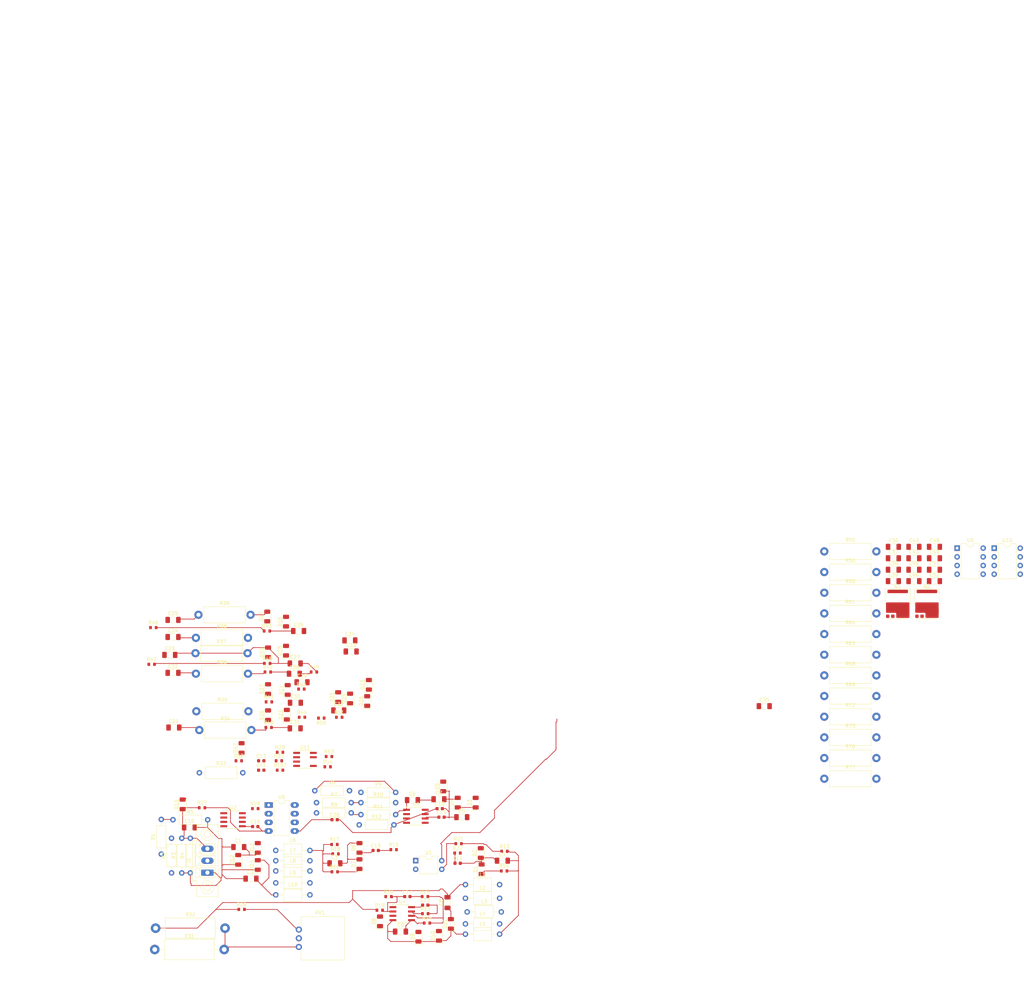
<source format=kicad_pcb>
(kicad_pcb (version 20240108) (generator "pcbnew") (generator_version "8.0")
  (layers (0 "F.Cu" signal) (31 "B.Cu" signal) (34 "B.Paste" user) (35 "F.Paste" user) (36 "B.SilkS" user "B.Silkscreen") (37 "F.SilkS" user "F.Silkscreen") (38 "B.Mask" user) (39 "F.Mask" user) (44 "Edge.Cuts" user))
  (net 0 "")
  (net 5 "blue11-19")
  (net 7 "unconnected-(L1-Pad1)")
  (net 49 "unconnected-(D13-K-Pad1)")
  (net 50 "unconnected-(R14-Pad1)")
  (net 51 "unconnected-(R17-Pad1)")
  (net 66 "l1")
  (net 67 "li3")
  (net 68 "l2")
  (net 69 "Net-(C4-Pad2)")
  (net 70 "Net-(D1-A)")
  (net 71 "Net-(C6-Pad2)")
  (net 72 "Net-(D4-A)")
  (net 73 "Net-(D11-A)")
  (net 74 "Net-(U4A-+)")
  (net 75 "Net-(U4A--)")
  (net 76 "Net-(C12-Pad1)")
  (net 77 "Net-(C12-Pad2)")
  (net 78 "Net-(D1-K)")
  (net 79 "Net-(C14-Pad1)")
  (net 80 "Net-(C17-Pad2)")
  (net 81 "Net-(R13-Pad2)")
  (net 82 "GND")
  (net 83 "Net-(R21-Pad1)")
  (net 84 "Net-(U4C-V+)")
  (net 85 "Net-(R24-Pad2)")
  (net 86 "Net-(U4B-+)")
  (net 87 "Net-(R28-Pad2)")
  (net 88 "Net-(R31-Pad2)")
  (net 89 "Net-(R31-Pad1)")
  (net 90 "out1")
  (net 91 "S4")
  (net 92 "Net-(C1-Pad2)")
  (net 93 "Net-(C3-Pad1)")
  (net 94 "Net-(C3-Pad2)")
  (net 95 "Net-(D8-K)")
  (net 97 "Net-(D7-A)")
  (net 98 "Net-(D6-K)")
  (net 99 "Net-(C16-Pad2)")
  (net 100 "Net-(C18-Pad1)")
  (net 101 "Net-(U5B--)")
  (net 103 "Net-(C21-Pad2)")
  (net 107 "Net-(D6-A)")
  (net 108 "Net-(D7-K)")
  (net 109 "gnd")
  (net 110 "Net-(D12-A)")
  (net 111 "Out pin")
  (net 126 "R17")
  (net 127 "Net-(R1-Pad2)")
  (net 128 "in")
  (net 129 "Net-(R2-Pad2)")
  (net 130 "Net-(R6-Pad1)")
  (net 132 "Net-(R10-Pad1)")
  (net 133 "Net-(R11-Pad1)")
  (net 134 "GNDPWR")
  (net 135 "u3_1")
  (net 146 "Net-(D17-A)")
  (net 177 "f2")
  (net 178 "f3")
  (net 179 "f5")
  (net 180 "f6")
  (net 181 "f7")
  (net 182 "Net-(C28-Pad1)")
  (net 183 "Net-(C28-Pad2)")
  (net 186 "Net-(C37-Pad2)")
  (net 188 "Net-(C38-Pad2)")
  (net 189 "Net-(C42-Pad2)")
  (net 191 "Net-(C45-Pad2)")
  (net 194 "Net-(C48-Pad2)")
  (net 196 "Net-(C51-Pad2)")
  (net 198 "Net-(Q1-G)")
  (net 199 "Net-(D42-K)")
  (net 201 "Net-(Q2-G)")
  (net 203 "Net-(D44-K)")
  (net 204 "Net-(R34-Pad2)")
  (net 205 "Net-(R36-Pad1)")
  (net 210 "Net-(R43-Pad1)")
  (net 212 "Net-(D28-K)")
  (net 213 "Net-(D30-K)")
  (net 215 "Net-(D32-K)")
  (net 217 "Net-(D34-K)")
  (net 219 "Net-(D36-K)")
  (net 221 "Net-(D38-K)")
  (net 224 "Net-(U9B--)")
  (net 226 "Net-(U9A-+)")
  (net 228 "/page2/Untitled Sheet page3/Untitled Sheet page4/gnd")
  (net 229 "Net-(U9A--)")
  (net 233 "Net-(U10A--)")
  (net 235 "Net-(D47-A)")
  (net 236 "Net-(C11-Pad2)")
  (net 237 "Net-(D47-K)")
  (net 238 "Net-(U11-S-Pad5)")
  (footprint "Inductor_THT:L_Axial_L5.0mm_D3.6mm_P10.00mm_Horizontal_Murata_BL01RN1A2A2" (layer "F.Cu") (at 294 302.5)
    (property "Reference" "L9")
    (property "Value" "L")
  )
  (footprint "Resistor_THT:R_Axial_DIN0614_L14.3mm_D5.7mm_P20.32mm_Horizontal" (layer "F.Cu") (at 258.59 322)
    (property "Reference" "R31")
    (property "Value" "R")
  )
  (footprint "Capacitor_SMD:C_1206_3216Metric_Pad1.33x1.80mm_HandSolder" (layer "F.Cu") (at 474.73 204.1)
    (property "Reference" "C36")
    (property "Value" "C")
  )
  (footprint "Capacitor_SMD:C_1206_3216Metric_Pad1.33x1.80mm_HandSolder" (layer "F.Cu") (at 311.3125 296.75)
    (property "Reference" "C3")
    (property "Value" "C")
  )
  (footprint "Capacitor_SMD:C_1206_3216Metric_Pad1.33x1.80mm_HandSolder" (layer "F.Cu") (at 263.9375 225.5)
    (property "Reference" "C25")
    (property "Value" "C")
  )
  (footprint "Resistor_SMD:R_0603_1608Metric" (layer "F.Cu") (at 347.175 293.75)
    (property "Reference" "R22")
    (property "Value" "R")
  )
  (footprint "Capacitor_SMD:C_1206_3216Metric_Pad1.33x1.80mm_HandSolder" (layer "F.Cu") (at 299.6875 257.25)
    (property "Reference" "C31")
    (property "Value" "C")
  )
  (footprint "LED_SMD:LED_1206_3216Metric" (layer "F.Cu") (at 312.25 248.1 90)
    (property "Reference" "D25")
    (property "Value" "IR26-21C_L110_TR8")
  )
  (footprint "Resistor_THT:R_Axial_DIN0207_L6.3mm_D2.5mm_P10.16mm_Horizontal" (layer "F.Cu") (at 305.42 275.5)
    (property "Reference" "R6")
    (property "Value" "R")
  )
  (footprint "Capacitor_SMD:C_1206_3216Metric_Pad1.33x1.80mm_HandSolder" (layer "F.Cu") (at 263.9375 230.5)
    (property "Reference" "C24")
    (property "Value" "C")
  )
  (footprint "Inductor_THT:L_Axial_L5.0mm_D3.6mm_P10.00mm_Horizontal_Murata_BL01RN1A2A2" (layer "F.Cu") (at 294 306)
    (property "Reference" "L10")
    (property "Value" "L")
  )
  (footprint "Resistor_THT:R_Axial_DIN0414_L11.9mm_D4.5mm_P15.24mm_Horizontal" (layer "F.Cu") (at 270.63 230.75)
    (property "Reference" "R38")
    (property "Value" "R")
  )
  (footprint "Capacitor_SMD:C_1206_3216Metric_Pad1.33x1.80mm_HandSolder" (layer "F.Cu") (at 474.73 210.8)
    (property "Reference" "C38")
    (property "Value" "C")
  )
  (footprint "Resistor_SMD:R_0603_1608Metric" (layer "F.Cu") (at 283.175 266.75)
    (property "Reference" "R52")
    (property "Value" "R")
  )
  (footprint "Package_DIP:DIP-8_W7.62mm" (layer "F.Cu") (at 504.23 204.5)
    (property "Reference" "U10")
    (property "Value" "LTC1151CN8")
  )
  (footprint "Capacitor_SMD:C_1206_3216Metric_Pad1.33x1.80mm_HandSolder" (layer "F.Cu") (at 268.75 286.25)
    (property "Reference" "C10")
    (property "Value" "C")
  )
  (footprint "Package_SO:PowerIntegrations_SO-8" (layer "F.Cu") (at 331 311.5)
    (property "Reference" "U4")
    (property "Value" "AD8606ARM")
  )
  (footprint "Resistor_THT:R_Axial_DIN0207_L6.3mm_D2.5mm_P10.16mm_Horizontal" (layer "F.Cu") (at 318.92 282.5)
    (property "Reference" "R11")
    (property "Value" "R")
  )
  (footprint "Capacitor_SMD:C_1206_3216Metric_Pad1.33x1.80mm_HandSolder" (layer "F.Cu") (at 486.75 214.15)
    (property "Reference" "C52")
    (property "Value" "C")
  )
  (footprint "Package_DIP:DIP-8_W7.62mm_LongPads" (layer "F.Cu") (at 291.925 279.7)
    (property "Reference" "U5")
    (property "Value" "L272M")
  )
  (footprint "Diode_SMD:D_1206_3216Metric" (layer "F.Cu") (at 266.75 279.5 90)
    (property "Reference" "D15")
    (property "Value" "D")
  )
  (footprint "Resistor_SMD:R_0603_1608Metric" (layer "F.Cu") (at 360.825 299)
    (property "Reference" "R14")
    (property "Value" "R")
  )
  (footprint "Inductor_THT:L_Axial_L5.0mm_D3.6mm_P10.00mm_Horizontal_Murata_BL01RN1A2A2" (layer "F.Cu") (at 349.5 317.5)
    (property "Reference" "L5")
    (property "Value" "L")
  )
  (footprint "Resistor_THT:R_Axial_DIN0207_L6.3mm_D2.5mm_P10.16mm_Horizontal" (layer "F.Cu") (at 266.5 299.58 90)
    (property "Reference" "R3")
    (property "Value" "R")
  )
  (footprint "Capacitor_SMD:C_0603_1608Metric" (layer "F.Cu") (at 289.75 269.5)
    (property "Reference" "C11")
    (property "Value" "C")
  )
  (footprint "Resistor_THT:R_Axial_DIN0414_L11.9mm_D4.5mm_P15.24mm_Horizontal" (layer "F.Cu") (at 271.38 224)
    (property "Reference" "R39")
    (property "Value" "R")
  )
  (footprint "Resistor_THT:R_Axial_DIN0414_L11.9mm_D4.5mm_P15.24mm_Horizontal" (layer "F.Cu") (at 454.51 265.95)
    (property "Reference" "R76")
    (property "Value" "R")
  )
  (footprint "Capacitor_SMD:C_1206_3216Metric_Pad1.33x1.80mm_HandSolder" (layer "F.Cu") (at 315.6875 231.5)
    (property "Reference" "C34")
    (property "Value" "C")
  )
  (footprint "Capacitor_SMD:C_1206_3216Metric_Pad1.33x1.80mm_HandSolder" (layer "F.Cu") (at 480.74 207.45)
    (property "Reference" "C43")
    (property "Value" "C")
  )
  (footprint "Potentiometer_THT:Potentiometer_Vishay_148-149_Single_Vertical" (layer "F.Cu") (at 300.75 321.25)
    (property "Reference" "RV1")
    (property "Value" "R_Potentiometer")
  )
  (footprint "Diode_SMD:D_1206_3216Metric" (layer "F.Cu") (at 288.75 297.25 90)
    (property "Reference" "D14")
    (property "Value" "D")
  )
  (footprint "Connector_Phoenix_MC:PhoenixContact_MCV_1,5_3-GF-3.5_1x03_P3.50mm_Vertical_ThreadedFlange" (layer "F.Cu") (at 274 299.5 90)
    (property "Reference" "J1")
    (property "Value" "Conn_01x03_Pin")
  )
  (footprint "Transistor_Power:GaN_Systems_GaNPX-4_7x8.4mm" (layer "F.Cu") (at 484.55 220.8)
    (property "Reference" "Q2")
    (property "Value" "GS66508B")
  )
  (footprint "Capacitor_SMD:C_1206_3216Metric_Pad1.33x1.80mm_HandSolder" (layer "F.Cu") (at 312.4375 252)
    (property "Reference" "C32")
    (property "Value" "C")
  )
  (footprint "LED_SMD:LED_1206_3216Metric" (layer "F.Cu") (at 291.75 235 90)
    (property "Reference" "D19")
    (property "Value" "IR26-21C_L110_TR8")
  )
  (footprint "Capacitor_SMD:C_1206_3216Metric_Pad1.33x1.80mm_HandSolder" (layer "F.Cu") (at 299.75 249.75)
    (property "Reference" "C30")
    (property "Value" "C")
  )
  (footprint "Diode_SMD:D_1206_3216Metric" (layer "F.Cu") (at 283 295.75 90)
    (property "Reference" "D12")
    (property "Value" "D")
  )
  (footprint "Resistor_SMD:R_0603_1608Metric" (layer "F.Cu") (at 284 310.25)
    (property "Reference" "R28")
    (property "Value" "R")
  )
  (footprint "Resistor_SMD:R_0603_1608Metric" (layer "F.Cu") (at 291.425 228.75)
    (property "Reference" "R43")
    (property "Value" "R")
  )
  (footprint "Resistor_THT:R_Axial_DIN0414_L11.9mm_D4.5mm_P15.24mm_Horizontal" (layer "F.Cu") (at 271.63 257.75)
    (property "Reference" "R34")
    (property "Value" "R")
  )
  (footprint "Resistor_THT:R_Axial_DIN0414_L11.9mm_D4.5mm_P15.24mm_Horizontal" (layer "F.Cu") (at 454.51 259.9)
    (property "Reference" "R73")
    (property "Value" "R")
  )
  (footprint "Inductor_THT:L_Axial_L5.0mm_D3.6mm_P10.00mm_Horizontal_Murata_BL01RN1A2A2" (layer "F.Cu") (at 294 296)
    (property "Reference" "L7")
    (property "Value" "L")
  )
  (footprint "Resistor_SMD:R_0603_1608Metric" (layer "F.Cu") (at 258.175 227.75)
    (property "Reference" "R46")
    (property "Value" "R")
  )
  (footprint "Resistor_SMD:R_0603_1608Metric" (layer "F.Cu") (at 311.5 294)
    (property "Reference" "R18")
    (property "Value" "R")
  )
  (footprint "Resistor_THT:R_Axial_DIN0414_L11.9mm_D4.5mm_P15.24mm_Horizontal" (layer "F.Cu") (at 454.51 217.55)
    (property "Reference" "R58")
    (property "Value" "R")
  )
  (footprint "Diode_SMD:D_1206_3216Metric" (layer "F.Cu") (at 347.25 279 90)
    (property "Reference" "D4")
    (property "Value" "D")
  )
  (footprint "Package_DIP:DIP-8_W7.62mm" (layer "F.Cu") (at 493.38 204.5)
    (property "Reference" "U9")
    (property "Value" "LTC1151CN8")
  )
  (footprint "LED_SMD:LED_1206_3216Metric" (layer "F.Cu") (at 291.5 224.5 90)
    (property "Reference" "D17")
    (property "Value" "IR26-21C_L110_TR8")
  )
  (footprint "Resistor_SMD:R_0603_1608Metric" (layer "F.Cu") (at 291.5 238.25)
    (property "Reference" "R48")
    (property "Value" "R")
  )
  (footprint "Resistor_SMD:R_0603_1608Metric" (layer "F.Cu") (at 294.925 266.75)
    (property "Reference" "R30")
    (property "Value" "R")
  )
  (footprint "Capacitor_SMD:C_0603_1608Metric" (layer "F.Cu") (at 342.5 283.25)
    (property "Reference" "C19")
    (property "Value" "C")
  )
  (footprint "Diode_SMD:D_1206_3216Metric" (layer "F.Cu") (at 318.5 297 90)
    (property "Reference" "D7")
    (property "Value" "D")
  )
  (footprint "Capacitor_SMD:C_0603_1608Metric" (layer "F.Cu") (at 323.25 293)
    (property "Reference" "C15")
    (property "Value" "C")
  )
  (footprint "Resistor_SMD:R_0603_1608Metric" (layer "F.Cu") (at 272.425 280.5)
    (property "Reference" "R27")
    (property "Value" "R")
  )
  (footprint "LED_SMD:LED_1206_3216Metric" (layer "F.Cu") (at 315.75 248.5 90)
    (property "Reference" "D24")
    (property "Value" "IR26-21C_L110_TR8")
  )
  (footprint "Diode_SMD:D_1206_3216Metric" (layer "F.Cu") (at 318.5 292.25 90)
    (property "Reference" "D6")
    (property "Value" "D")
  )
  (footprint "Capacitor_SMD:C_1206_3216Metric_Pad1.33x1.80mm_HandSolder" (layer "F.Cu") (at 299.6875 238.25)
    (property "Reference" "C27")
    (property "Value" "C")
  )
  (footprint "Capacitor_SMD:C_1206_3216Metric_Pad1.33x1.80mm_HandSolder" (layer "F.Cu") (at 436.9375 250.75)
    (property "Reference" "C35")
    (property "Value" "C")
  )
  (footprint "Resistor_SMD:R_0603_1608Metric" (layer "F.Cu") (at 311.25 299.25)
    (property "Reference" "R16")
    (property "Value" "R")
  )
  (footprint "Capacitor_SMD:C_1206_3216Metric_Pad1.33x1.80mm_HandSolder" (layer "F.Cu") (at 316.0625 234.75)
    (property "Reference" "C33")
    (property "Value" "C")
  )
  (footprint "Capacitor_SMD:C_1206_3216Metric_Pad1.33x1.80mm_HandSolder" (layer "F.Cu") (at 480.74 210.8)
    (property "Reference" "C45")
    (property "Value" "C")
  )
  (footprint "Resistor_THT:R_Axial_DIN0414_L11.9mm_D4.5mm_P15.24mm_Horizontal" (layer "F.Cu") (at 454.51 229.65)
    (property "Reference" "R64")
    (property "Value" "R")
  )
  (footprint "Capacitor_SMD:C_0603_1608Metric" (layer "F.Cu") (at 347.225 296.75)
    (property "Reference" "C14")
    (property "Value" "C")
  )
  (footprint "Capacitor_SMD:C_0603_1608Metric" (layer "F.Cu") (at 337.75 309)
    (property "Reference" "C12")
    (property "Value" "C")
  )
  (footprint "Package_SO:PowerIntegrations_SO-8" (layer "F.Cu") (at 335 283)
    (property "Reference" "U3")
    (property "Value" "AD8606ARM")
  )
  (footprint "Resistor_THT:R_Axial_DIN0207_L6.3mm_D2.5mm_P10.16mm_Horizontal" (layer "F.Cu") (at 269 299.58 90)
    (property "Reference" "R4")
    (property "Value" "R")
  )
  (footprint "Resistor_SMD:R_0603_1608Metric" (layer "F.Cu") (at 292 249.5)
    (property "Reference" "R41")
    (property "Value" "R")
  )
  (footprint "Resistor_THT:R_Axial_DIN0614_L14.3mm_D5.7mm_P20.32mm_Horizontal" (layer "F.Cu") (at 258.84 315.75)
    (property "Reference" "R32")
    (property "Value" "R")
  )
  (footprint "Resistor_THT:R_Axial_DIN0414_L11.9mm_D4.5mm_P15.24mm_Horizontal" (layer "F.Cu") (at 454.51 223.6)
    (property "Reference" "R61")
    (property "Value" "R")
  )
  (footprint "Package_SO:PowerIntegrations_SO-8B" (layer "F.Cu") (at 302.55 266.345)
    (property "Reference" "U11")
    (property "Value" "LNK302D")
  )
  (footprint "Resistor_THT:R_Axial_DIN0414_L11.9mm_D4.5mm_P15.24mm_Horizontal" (layer "F.Cu") (at 454.51 211.5)
    (property "Reference" "R56")
    (property "Value" "R")
  )
  (footprint "Capacitor_SMD:C_1206_3216Metric_Pad1.33x1.80mm_HandSolder" (layer "F.Cu") (at 283.1875 292)
    (property "Reference" "C1")
    (property "Value" "C")
  )
  (footprint "Capacitor_SMD:C_1206_3216Metric_Pad1.33x1.80mm_HandSolder" (layer "F.Cu") (at 474.73 207.45)
    (property "Reference" "C37")
    (property "Value" "C")
  )
  (footprint "Resistor_THT:R_Axial_DIN0207_L6.3mm_D2.5mm_P10.16mm_Horizontal" (layer "F.Cu") (at 318.42 285.5)
    (property "Reference" "R12")
    (property "Value" "R")
  )
  (footprint "Diode_SMD:D_1206_3216Metric" (layer "F.Cu") (at 341.75 318 90)
    (property "Reference" "D10")
    (property "Value" "D")
  )
  (footprint "LED_SMD:LED_1206_3216Metric" (layer "F.Cu") (at 297.25 253.25 90)
    (property "Reference" "D22")
    (property "Value" "IR26-21C_L110_TR8")
  )
  (footprint "Capacitor_SMD:C_1206_3216Metric_Pad1.33x1.80mm_HandSolder" (layer "F.Cu") (at 300.6875 228.75)
    (property "Reference" "C26")
    (property "Value" "C")
  )
  (footprint "Resistor_THT:R_Axial_DIN0207_L6.3mm_D2.5mm_P10.16mm_Horizontal" (layer "F.Cu") (at 318.92 276)
    (property "Reference" "R9")
    (property "Value" "R")
  )
  (footprint "Capacitor_SMD:C_0603_1608Metric" (layer "F.Cu") (at 311.225 284)
    (property "Reference" "C20")
    (property "Value" "C")
  )
  (footprint "Package_DIP:DIP-4_W7.62mm" (layer "F.Cu") (at 334.95 295.975)
    (property "Reference" "U1")
    (property "Value" "EL817")
  )
  (footprint "LED_SMD:LED_1206_3216Metric" (layer "F.Cu") (at 297 226 90)
    (property "Reference" "D16")
    (property "Value" "IR26-21C_L110_TR8")
  )
  (footprint "Resistor_THT:R_Axial_DIN0414_L11.9mm_D4.5mm_P15.24mm_Horizontal" (layer "F.Cu") (at 454.51 247.8)
    (property "Reference" "R69")
    (property "Value" "R")
  )
  (footprint "Capacitor_SMD:C_1206_3216Metric_Pad1.33x1.80mm_HandSolder" (layer "F.Cu") (at 486.75 210.8)
    (property "Reference" "C51")
    (property "Value" "C")
  )
  (footprint "Resistor_THT:R_Axial_DIN0207_L6.3mm_D2.5mm_P10.16mm_Horizontal" (layer "F.Cu") (at 318.92 279)
    (property "Reference" "R10")
    (property "Value" "R")
  )
  (footprint "Resistor_THT:R_Axial_DIN0414_L11.9mm_D4.5mm_P15.24mm_Horizontal" (layer "F.Cu") (at 454.51 241.75)
    (property "Reference" "R68")
    (property "Value" "R")
  )
  (footprint "Resistor_SMD:R_0603_1608Metric" (layer "F.Cu") (at 338.25 314.25)
    (property "Reference" "R25")
    (property "Value" "R")
  )
  (footprint "Resistor_THT:R_Axial_DIN0207_L6.3mm_D2.5mm_P10.16mm_Horizontal" (layer "F.Cu") (at 305.92 279)
    (property "Reference" "R7")
    (property "Value" "R")
  )
  (footprint "Resistor_SMD:R_0603_1608Metric" (layer "F.Cu") (at 309.575 265.5)
    (property "Reference" "R53")
    (property "Value" "R")
  )
  (footprint "Resistor_SMD:R_0603_1608Metric" (layer "F.Cu") (at 360.925 293.25)
    (property "Reference" "R13")
    (property "Value" "R")
  )
  (footprint "Capacitor_SMD:C_1206_3216Metric_Pad1.33x1.80mm_HandSolder" (layer "F.Cu") (at 348.4375 283.25)
    (property "Reference" "C5")
    (property "Value" "C")
  )
  (footprint "Resistor_SMD:R_0603_1608Metric" (layer "F.Cu") (at 337.75 311.5)
    (property "Reference" "R23")
    (property "Value" "R")
  )
  (footprint "Capacitor_SMD:C_0603_1608Metric" (layer "F.Cu") (at 288 286)
    (property "Reference" "C16")
    (property "Value" "C")
  )
  (footprint "Capacitor_SMD:C_1206_3216Metric_Pad1.33x1.80mm_HandSolder" (layer "F.Cu") (at 474.73 214.15)
    (property "Reference" "C39")
    (property "Value" "C")
  )
  (footprint "Capacitor_SMD:C_1206_3216Metric_Pad1.33x1.80mm_HandSolder" (layer "F.Cu") (at 286.75 301.25)
    (property "Reference" "C2")
    (property "Value" "C")
  )
  (footprint "Resistor_THT:R_Axial_DIN0414_L11.9mm_D4.5mm_P15.24mm_Horizontal" (layer "F.Cu") (at 454.51 253.85)
    (property "Reference" "R72")
    (property "Value" "R")
  )
  (footprint "Capacitor_SMD:C_1206_3216Metric_Pad1.33x1.80mm_HandSolder" (layer "F.Cu") (at 334 278.25)
    (property "Reference" "C6")
    (property "Value" "C")
  )
  (footprint "Capacitor_SMD:C_1206_3216Metric_Pad1.33x1.80mm_HandSolder" (layer "F.Cu") (at 360.3125 296)
    (property "Reference" "C4")
    (property "Value" "C")
  )
  (footprint "Capacitor_SMD:C_1206_3216Metric_Pad1.33x1.80mm_HandSolder" (layer "F.Cu") (at 341.75 278)
    (property "Reference" "C7")
    (property "Value" "C")
  )
  (footprint "Diode_SMD:D_1206_3216Metric" (layer "F.Cu") (at 352.5 279 90)
    (property "Reference" "D3")
    (property "Value" "D")
  )
  (footprint "Resistor_SMD:R_0603_1608Metric" (layer "F.Cu") (at 301.5 245.75)
    (property "Reference" "R45")
    (property "Value" "R")
  )
  (footprint "Inductor_THT:L_Axial_L5.0mm_D3.6mm_P10.00mm_Horizontal_Murata_BL01RN1A2A2" (layer "F.Cu") (at 349.5 303)
    (property "Reference" "L1")
    (property "Value" "L")
  )
  (footprint "Capacitor_SMD:C_1206_3216Metric_Pad1.33x1.80mm_HandSolder" (layer "F.Cu") (at 263.9375 241)
    (property "Reference" "C22")
    (property "Value" "C")
  )
  (footprint "Resistor_SMD:R_0603_1608Metric" (layer "F.Cu") (at 309.175 268.5)
    (property "Reference" "R54")
    (property "Value" "R")
  )
  (footprint "Capacitor_SMD:C_0603_1608Metric" (layer "F.Cu") (at 289.75 266.75)
    (property "Reference" "C13")
    (property "Value" "C")
  )
  (footprint "LED_SMD:LED_1206_3216Metric" (layer "F.Cu") (at 284 263 90)
    (property "Reference" "D47")
    (property "Value" "IR26-21C_L110_TR8")
  )
  (footprint "Resistor_SMD:R_0603_1608Metric" (layer "F.Cu") (at 295.25 269.5)
    (property "Reference" "R107")
    (property "Value" "R")
  )
  (footprint "Resistor_THT:R_Axial_DIN0309_L9.0mm_D3.2mm_P12.70mm_Horizontal" (layer "F.Cu") (at 271.65 270.25)
    (property "Reference" "R33")
    (property "Value" "R")
  )
  (footprint "Resistor_THT:R_Axial_DIN0207_L6.3mm_D2.5mm_P10.16mm_Horizontal" (layer "F.Cu") (at 263.92 284)
    (property "Reference" "R5")
    (property "Value" "R")
  )
  (footprint "Inductor_THT:L_Axial_L5.0mm_D3.6mm_P10.00mm_Horizontal_Murata_BL01RN1A2A2" (layer "F.Cu") (at 350 311)
    (property "Reference" "L3")
    (property "Value" "L")
  )
  (footprint "LED_SMD:LED_1206_3216Metric" (layer "F.Cu") (at 321.25 244.5 90)
    (property "Reference" "D23")
    (property "Value" "IR26-21C_L110_TR8")
  )
  (footprint "Capacitor_SMD:C_1206_3216Metric_Pad1.33x1.80mm_HandSolder" (layer "F.Cu") (at 344.25 308.25 90)
    (property "Reference" "C8")
    (property "Value" "C")
  )
  (footprint "Resistor_THT:R_Axial_DIN0414_L11.9mm_D4.5mm_P15.24mm_Horizontal" (layer "F.Cu") (at 454.51 272)
    (property "Reference" "R77")
    (property "Value" "R")
  )
  (footprint "LED_SMD:LED_1206_3216Metric" (layer "F.Cu") (at 291.75 253.4 90)
    (property "Reference" "D20")
    (property "Value" "IR26-21C_L110_TR8")
  )
  (footprint "Inductor_THT:L_Axial_L5.0mm_D3.6mm_P10.00mm_Horizontal_Murata_BL01RN1A2A2" (layer "F.Cu") (at 294 293)
    (property "Reference" "L6")
    (property "Value" "L")
  )
  (footprint "LED_SMD:LED_1206_3216Metric" (layer "F.Cu") (at 297.5 246 90)
    (property "Reference" "D21")
    (property "Value" "IR26-21C_L110_TR8")
  )
  (footprint "Capacitor_SMD:C_1206_3216Metric_Pad1.33x1.80mm_HandSolder" (layer "F.Cu") (at 263 235.75)
    (property "Reference" "C23")
    (property "Value" "C")
  )
  (footprint "Diode_SMD:D_1206_3216Metric" (layer "F.Cu") (at 345.25 314.5 90)
    (property "Reference" "D11")
    (property "Value" "D")
  )
  (footprint "Capacitor_SMD:C_1206_3216Metric_Pad1.33x1.80mm_HandSolder" (layer "F.Cu") (at 299.4375 241.25)
    (property "Reference" "C28")
    (property "Value" "C")
  )
  (footprint "Capacitor_SMD:C_1206_3216Metric_Pad1.33x1.80mm_HandSolder" (layer "F.Cu") (at 486.75 207.45)
    (property "Reference" "C49")
    (property "Value" "C")
  )
  (footprint "Capacitor_SMD:C_0603_1608Metric" (layer "F.Cu") (at 341.975 280.75)
    (property "Reference" "C18")
    (property "Value" "C")
  )
  (footprint "Capacitor_SMD:C_1206_3216Metric_Pad1.33x1.80mm_HandSolder" (layer "F.Cu") (at 486.75 204.1)
    (property "Reference" "C48")
    (property "Value" "C")
  )
  (footprint "Resistor_SMD:R_0603_1608Metric" (layer "F.Cu") (at 312.575 254)
    (property "Reference" "R51")
    (property "Value" "R")
  )
  (footprint "Resistor_SMD:R_0603_1608Metric" (layer "F.Cu") (at 257.675 238.5)
    (property "Reference" "R47")
    (property "Value" "R")
  )
  (footprint "Capacitor_SMD:C_1206_3216Metric_Pad1.33x1.80mm_HandSolder" (layer "F.Cu") (at 264.1875 257)
    (property "Reference" "C21")
    (property "Value" "C")
  )
  (footprint "Resistor_THT:R_Axial_DIN0207_L6.3mm_D2.5mm_P10.16mm_Horizontal" (layer "F.Cu") (at 305.92 282)
    (property "Reference" "R8")
    (property "Value" "R")
  )
  (footprint "Capacitor_SMD:C_1206_3216Metric_Pad1.33x1.80mm_HandSolder" (layer "F.Cu") (at 330.5 316.75)
    (property "Reference" "C9")
    (property "Value" "C")
  )
  (footprint "Inductor_THT:L_Axial_L5.0mm_D3.6mm_P10.00mm_Horizontal_Murata_BL01RN1A2A2" (layer "F.Cu") (at 349.5 314.5)
    (property "Reference" "L4")
    (property "Value" "L")
  )
  (footprint "Diode_SMD:D_1206_3216Metric" (layer "F.Cu") (at 343 274.25 90)
    (property "Reference" "D5")
    (property "Value" "D")
  )
  (footprint "Resistor_THT:R_Axial_DIN0414_L11.9mm_D4.5mm_P15.24mm_Horizontal" (layer "F.Cu") (at 270.51 235.25)
    (property "Reference" "R37")
    (property "Value" "R")
  )
  (footprint "Resistor_SMD:R_0603_1608Metric" (layer "F.Cu") (at 291.675 240.75)
    (property "Reference" "R42")
    (property "Value" "R")
  )
  (footprint "Diode_SMD:D_1206_3216Metric" (layer "F.Cu") (at 324.5 313.75 90)
    (property "Reference" "D8")
    (property "Value" "D")
  )
  (footprint "LED_SMD:LED_1206_3216Metric" (layer "F.Cu") (at 291.75 245.75 90)
    (property "Reference" "D27")
    (property "Value" "IR26-21C_L110_TR8")
  )
  (footprint "Resistor_SMD:R_0603_1608Metric" (layer "F.Cu") (at 327 306.5)
    (property "Reference" "R20")
    (property "Value" "R")
  )
  (footprint "Resistor_THT:R_Axial_DIN0207_L6.3mm_D2.5mm_P10.16mm_Horizontal" (layer "F.Cu") (at 260.5 294.08 90)
    (property "Reference" "R1")
    (property "Value" "R")
  )
  (footprint "Capacitor_SMD:C_1206_3216Metric_Pad1.33x1.80mm_HandSolder" (layer "F.Cu") (at 480.74 204.1)
    (property "Reference" "C42")
    (property "Value" "C")
  )
  (footprint "Resistor_SMD:R_0603_1608Metric" (layer "F.Cu") (at 328.5 292.75)
    (property "Reference" "R15")
    (property "Value" "R")
  )
  (footprint "Resistor_SMD:R_0603_1608Metric" (layer "F.Cu") (at 337.675 306.5)
    (property "Reference" "R24")
    (property "Value" "R")
  )
  (footprint "Capacitor_SMD:C_1206_3216Metric_Pad1.33x1.80mm_HandSolder" (layer "F.Cu") (at 301.6875 243.75)
    (property "Reference" "C29")
    (property "Value" "C")
  )
  (footprint "Resistor_SMD:R_0603_1608Metric" (layer "F.Cu") (at 307.325 254.25 180)
    (property "Reference" "R50")
    (property "Value" "R")
  )
  (footprint "Resistor_THT:R_Axial_DIN0414_L11.9mm_D4.5mm_P15.24mm_Horizontal" (layer "F.Cu") (at 270.76 252.25)
    (property "Reference" "R35")
    (property "Value" "R")
  )
  (footprint "Diode_SMD:D_1206_3216Metric" (layer "F.Cu") (at 354 293.75 90)
    (property "Reference" "D2")
    (property "Value" "D")
  )
  (footprint "Resistor_SMD:R_0603_1608Metric" (layer "F.Cu") (at 347.5 291)
    (property "Reference" "R21")
    (property "Value" "R")
  )
  (footprint "LED_SMD:LED_1206_3216Metric" (layer "F.Cu") (at 320.75 249.25 90)
    (property "Reference" "D26")
    (property "Value" "IR26-21C_L110_TR8")
  )
  (footprint "Diode_SMD:D_1206_3216Metric" (layer "F.Cu") (at 335.75 318.25 90)
    (property "Reference" "D9")
    (property "Value" "D")
  )
  (footprint "Resistor_THT:R_Axial_DIN0207_L6.3mm_D2.5mm_P10.16mm_Horizontal" (layer "F.Cu") (at 263.5 299.58 90)
    (property "Reference" "R2")
    (property "Value" "R")
  )
  (footprint "Resistor_SMD:R_0603_1608Metric" (layer "F.Cu") (at 288 280.75)
    (property "Reference" "R26")
    (property "Value" "R")
  )
  (footprint "LED_SMD:LED_1206_3216Metric" (layer "F.Cu") (at 297 234.5 90)
    (property "Reference" "D18")
    (property "Value" "IR26-21C_L110_TR8")
  )
  (footprint "Diode_SMD:D_1206_3216Metric" (layer "F.Cu") (at 354.25 298.5 90)
    (property "Reference" "D1")
    (property "Value" "D")
  )
  (footprint "Diode_SMD:D_1206_3216Metric" (layer "F.Cu") (at 288.75 292.25 90)
    (property "Reference" "D13")
    (property "Value" "D")
  )
  (footprint "Resistor_SMD:R_0603_1608Metric" (layer "F.Cu") (at 301.675 254)
    (property "Reference" "R44")
    (property "Value" "R")
  )
  (footprint "Resistor_THT:R_Axial_DIN0414_L11.9mm_D4.5mm_P15.24mm_Horizontal" (layer "F.Cu") (at 270.63 241.25)
    (property "Reference" "R36")
    (property "Value" "R")
  )
  (footprint "Resistor_SMD:R_0603_1608Metric" (layer "F.Cu") (at 305.175 240.75)
    (property "Reference" "R49")
    (property "Value" "R")
  )
  (footprint "Resistor_SMD:R_0603_1608Metric" (layer "F.Cu") (at 295.25 264.25)
    (property "Reference" "R29")
    (property "Value" "R")
  )
  (footprint "Resistor_SMD:R_0603_1608Metric" (layer "F.Cu") (at 324.425 310.5)
    (property "Reference" "R19")
    (property "Value" "R")
  )
  (footprint "Package_SO:PowerIntegrations_SO-8" (layer "F.Cu") (at 281.5 284)
    (property "Reference" "U2")
    (property "Value" "AD8606ARM")
  )
  (footprint "Resistor_SMD:R_0603_1608Metric" (layer "F.Cu") (at 291.925 257)
    (property "Reference" "R40")
    (property "Value" "R")
  )
  (footprint "Capacitor_SMD:C_0603_1608Metric" (layer "F.Cu") (at 332.5 306.5)
    (property "Reference" "C17")
    (property "Value" "C")
  )
  (footprint "Resistor_THT:R_Axial_DIN0414_L11.9mm_D4.5mm_P15.24mm_Horizontal" (layer "F.Cu") (at 454.51 235.7)
    (property "Reference" "R65")
    (property "Value" "R")
  )
  (footprint "Transistor_Power:GaN_Systems_GaNPX-4_7x8.4mm" (layer "F.Cu") (at 476 220.8)
    (property "Reference" "Q1")
    (property "Value" "GS66508B")
  )
  (footprint "Capacitor_SMD:C_1206_3216Metric_Pad1.33x1.80mm_HandSolder" (layer "F.Cu") (at 480.74 214.15)
    (property "Reference" "C46")
    (property "Value" "C")
  )
  (footprint "Resistor_THT:R_Axial_DIN0414_L11.9mm_D4.5mm_P15.24mm_Horizontal" (layer "F.Cu") (at 454.51 205.45)
    (property "Reference" "R55")
    (property "Value" "R")
  )
  (footprint "Inductor_THT:L_Axial_L5.0mm_D3.6mm_P10.00mm_Horizontal_Murata_BL01RN1A2A2" (layer "F.Cu") (at 349.5 307)
    (property "Reference" "L2")
    (property "Value" "L")
  )
  (footprint "Inductor_THT:L_Axial_L5.0mm_D3.6mm_P10.00mm_Horizontal_Murata_BL01RN1A2A2" (layer "F.Cu") (at 294 299)
    (property "Reference" "L8")
    (property "Value" "L")
  )
  (footprint "Resistor_SMD:R_0603_1608Metric" (layer "F.Cu") (at 311.175 291.25)
    (property "Reference" "R17")
    (property "Value" "R")
  )
  (gr_line (start 341 280.75) (end 328.5 285.5) (stroke (width 0.2)) (layer "F.Cu"))
  (segment (start 263.84 283.92) (end 263.92 284) (width 0.2) (layer "F.Cu") (net 0))
  (segment (start 352 296.75) (end 352.5 296.25) (width 0.2) (layer "F.Cu") (net 0))
  (segment (start 343 307.25) (end 342.5 306.75) (width 0.2) (layer "F.Cu") (net 0))
  (segment (start 279.5 322) (end 280.25 321.25) (width 0.2) (layer "F.Cu") (net 0))
  (segment (start 327.75 287.75) (end 327.75 286.33) (width 0.2) (layer "F.Cu") (net 0))
  (segment (start 312.875 296.75) (end 314.75 296.75) (width 0.2) (layer "F.Cu") (net 0))
  (segment (start 315.25 295.5) (end 315.35 295.6) (width 0.2) (layer "F.Cu") (net 0))
  (segment (start 317.65 299.25) (end 318.5 298.4) (width 0.2) (layer "F.Cu") (net 0))
  (segment (start 336.925 311.5) (end 334.36 311.5) (width 0.2) (layer "F.Cu") (net 0))
  (segment (start 315.35 295.6) (end 318.5 295.6) (width 0.2) (layer "F.Cu") (net 0))
  (segment (start 279.16 315.75) (end 279.16 321.75) (width 0.2) (layer "F.Cu") (net 0))
  (segment (start 333.725 313.405) (end 334.405 313.405) (width 0.2) (layer "F.Cu") (net 0))
  (segment (start 333.725 312.135) (end 334.885 312.135) (width 0.2) (layer "F.Cu") (net 0))
  (segment (start 336.38 309.595) (end 336.975 309) (width 0.2) (layer "F.Cu") (net 0))
  (segment (start 332.0625 316.75) (end 332.0625 315.0675) (width 0.2) (layer "F.Cu") (net 0))
  (segment (start 280.25 321.25) (end 300.75 321.25) (width 0.2) (layer "F.Cu") (net 0))
  (segment (start 279.16 321.75) (end 278.91 322) (width 0.2) (layer "F.Cu") (net 0))
  (segment (start 354.25 295.4) (end 354 295.15) (width 0.2) (layer "F.Cu") (net 0))
  (segment (start 335.5 314.5) (end 335.75 314.25) (width 0.2) (layer "F.Cu") (net 0))
  (segment (start 348 296.75) (end 352 296.75) (width 0.2) (layer "F.Cu") (net 0))
  (segment (start 341.25 309) (end 341.25 311.25) (width 0.2) (layer "F.Cu") (net 0))
  (segment (start 342.25 306.75) (end 342 306.5) (width 0.2) (layer "F.Cu") (net 0))
  (segment (start 358.75 296) (end 358.5 296) (width 0.2) (layer "F.Cu") (net 0))
  (segment (start 315.75 290.75) (end 316.25 290.75) (width 0.2) (layer "F.Cu") (net 0))
  (segment (start 339.075 314.25) (end 342.75 314.25) (width 0.2) (layer "F.Cu") (net 0))
  (segment (start 354.25 297.1) (end 354.25 296) (width 0.2) (layer "F.Cu") (net 0))
  (segment (start 327.75 286.33) (end 328.58 285.5) (width 0.2) (layer "F.Cu") (net 0))
  (segment (start 334.405 313.405) (end 335.5 314.5) (width 0.2) (layer "F.Cu") (net 0))
  (segment (start 335.5 312.75) (end 343 312.75) (width 0.2) (layer "F.Cu") (net 0))
  (segment (start 315 296.5) (end 315 295.5) (width 0.2) (layer "F.Cu") (net 0))
  (segment (start 315 295.5) (end 315.25 295.5) (width 0.2) (layer "F.Cu") (net 0))
  (segment (start 341.25 311.25) (end 341 311.5) (width 0.2) (layer "F.Cu") (net 0))
  (segment (start 354 296.25) (end 354.25 296) (width 0.2) (layer "F.Cu") (net 0))
  (segment (start 343 312.75) (end 343 307.25) (width 0.2) (layer "F.Cu") (net 0))
  (segment (start 315 295.5) (end 315 291.5) (width 0.2) (layer "F.Cu") (net 0))
  (segment (start 314.75 296.75) (end 315 296.5) (width 0.2) (layer "F.Cu") (net 0))
  (segment (start 335.75 314.25) (end 337.425 314.25) (width 0.2) (layer "F.Cu") (net 0))
  (segment (start 315 291.5) (end 315.75 290.75) (width 0.2) (layer "F.Cu") (net 0))
  (segment (start 332.0625 315.0675) (end 333.725 313.405) (width 0.2) (layer "F.Cu") (net 0))
  (segment (start 290.6 224) (end 291.5 223.1) (width 0.2) (layer "F.Cu") (net 0))
  (segment (start 324.025 293) (end 327.425 293) (width 0.2) (layer "F.Cu") (net 0))
  (segment (start 286.62 224) (end 290.6 224) (width 0.2) (layer "F.Cu") (net 0))
  (segment (start 316.5 287.75) (end 327.75 287.75) (width 0.2) (layer "F.Cu") (net 0))
  (segment (start 342.5 306.75) (end 342.25 306.75) (width 0.2) (layer "F.Cu") (net 0))
  (segment (start 327.425 293) (end 327.675 292.75) (width 0.2) (layer "F.Cu") (net 0))
  (segment (start 341 311.5) (end 338.575 311.5) (width 0.2) (layer "F.Cu") (net 0))
  (segment (start 312.75 284) (end 316.5 287.75) (width 0.2) (layer "F.Cu") (net 0))
  (segment (start 312 284) (end 312.75 284) (width 0.2) (layer "F.Cu") (net 0))
  (segment (start 352.5 296.25) (end 354 296.25) (width 0.2) (layer "F.Cu") (net 0))
  (segment (start 312.075 299.25) (end 317.65 299.25) (width 0.2) (layer "F.Cu") (net 0))
  (segment (start 334.36 311.5) (end 333.725 310.865) (width 0.2) (layer "F.Cu") (net 0))
  (segment (start 342.75 314.25) (end 343 314) (width 0.2) (layer "F.Cu") (net 0))
  (segment (start 358.5 296) (end 357.65 295.15) (width 0.2) (layer "F.Cu") (net 0))
  (segment (start 354.25 296) (end 354.25 295.4) (width 0.2) (layer "F.Cu") (net 0))
  (segment (start 357.65 295.15) (end 354 295.15) (width 0.2) (layer "F.Cu") (net 0))
  (segment (start 333.725 309.595) (end 336.38 309.595) (width 0.2) (layer "F.Cu") (net 0))
  (segment (start 334.885 312.135) (end 335.5 312.75) (width 0.2) (layer "F.Cu") (net 0))
  (segment (start 260.5 283.92) (end 263.84 283.92) (width 0.2) (layer "F.Cu") (net 0))
  (segment (start 316.25 290.75) (end 316.35 290.85) (width 0.2) (layer "F.Cu") (net 0))
  (segment (start 343 314) (end 343 312.75) (width 0.2) (layer "F.Cu") (net 0))
  (segment (start 316.35 290.85) (end 318.5 290.85) (width 0.2) (layer "F.Cu") (net 0))
  (segment (start 278.91 322) (end 279.5 322) (width 0.2) (layer "F.Cu") (net 0))
  (segment (start 338.525 309) (end 341.25 309) (width 0.2) (layer "F.Cu") (net 0))
  (segment (start 342 306.5) (end 338.5 306.5) (width 0.2) (layer "F.Cu") (net 0))
  (segment (start 349.5 303) (end 347.9375 303) (width 0.2) (layer "F.Cu") (net 7))
  (segment (start 276.5 310.25) (end 276.375 310.375) (width 0.2) (layer "F.Cu") (net 7))
  (segment (start 342.25 304.25) (end 341.75 304.75) (width 0.2) (layer "F.Cu") (net 7))
  (segment (start 323.6 310.25) (end 319.5 310.25) (width 0.2) (layer "F.Cu") (net 7))
  (segment (start 342.75 304.25) (end 342.25 304.25) (width 0.2) (layer "F.Cu") (net 7))
  (segment (start 319.5 310.25) (end 316.5 307.25) (width 0.2) (layer "F.Cu") (net 7))
  (segment (start 341.75 304.75) (end 316.5 304.75) (width 0.2) (layer "F.Cu") (net 7))
  (segment (start 276.375 310.375) (end 271 315.75) (width 0.2) (layer "F.Cu") (net 7))
  (segment (start 315.5 308.25) (end 278.5 308.25) (width 0.2) (layer "F.Cu") (net 7))
  (segment (start 283.175 310.25) (end 276.5 310.25) (width 0.2) (layer "F.Cu") (net 7))
  (segment (start 316.5 304.75) (end 316.5 307.25) (width 0.2) (layer "F.Cu") (net 7))
  (segment (start 271 315.75) (end 258.84 315.75) (width 0.2) (layer "F.Cu") (net 7))
  (segment (start 344.25 305.75) (end 342.75 304.25) (width 0.2) (layer "F.Cu") (net 7))
  (segment (start 347.9375 303) (end 344.25 306.6875) (width 0.2) (layer "F.Cu") (net 7))
  (segment (start 278.5 308.25) (end 276.375 310.375) (width 0.2) (layer "F.Cu") (net 7))
  (segment (start 316.5 307.25) (end 315.5 308.25) (width 0.2) (layer "F.Cu") (net 7))
  (segment (start 344.25 306.6875) (end 344.25 305.75) (width 0.2) (layer "F.Cu") (net 7))
  (segment (start 286.25 294.35) (end 288.05 294.35) (width 0.2) (layer "F.Cu") (net 49))
  (segment (start 283 294.35) (end 286.25 294.35) (width 0.2) (layer "F.Cu") (net 49))
  (segment (start 284.75 292) (end 286.25 293.5) (width 0.2) (layer "F.Cu") (net 49))
  (segment (start 286.25 293.5) (end 286.25 294.35) (width 0.2) (layer "F.Cu") (net 49))
  (segment (start 288.05 294.35) (end 288.75 293.65) (width 0.2) (layer "F.Cu") (net 49))
  (segment (start 360 299) (end 355.15 299) (width 0.2) (layer "F.Cu") (net 50))
  (segment (start 355.15 299) (end 354.25 299.9) (width 0.2) (layer "F.Cu") (net 50))
  (segment (start 307.75 299) (end 308 299.25) (width 0.2) (layer "F.Cu") (net 51))
  (segment (start 308 291.25) (end 310.35 291.25) (width 0.2) (layer "F.Cu") (net 51))
  (segment (start 308 296.75) (end 307.75 296.5) (width 0.2) (layer "F.Cu") (net 51))
  (segment (start 304 293) (end 308 293) (width 0.2) (layer "F.Cu") (net 51))
  (segment (start 307.75 293.25) (end 307.75 294.25) (width 0.2) (layer "F.Cu") (net 51))
  (segment (start 308 299.25) (end 310.425 299.25) (width 0.2) (layer "F.Cu") (net 51))
  (segment (start 307.75 296.5) (end 307.75 299) (width 0.2) (layer "F.Cu") (net 51))
  (segment (start 310.675 294) (end 308 294) (width 0.2) (layer "F.Cu") (net 51))
  (segment (start 308 294) (end 307.75 294.25) (width 0.2) (layer "F.Cu") (net 51))
  (segment (start 308 293) (end 307.75 293.25) (width 0.2) (layer "F.Cu") (net 51))
  (segment (start 308 293) (end 308 291.25) (width 0.2) (layer "F.Cu") (net 51))
  (segment (start 307.75 294.25) (end 307.75 296.5) (width 0.2) (layer "F.Cu") (net 51))
  (segment (start 309.75 296.75) (end 308 296.75) (width 0.2) (layer "F.Cu") (net 51))
  (segment (start 354.75 291) (end 348.325 291) (width 0.2) (layer "F.Cu") (net 66))
  (segment (start 365 298.75) (end 365 296) (width 0.2) (layer "F.Cu") (net 66))
  (segment (start 355.5 291.25) (end 355 291.25) (width 0.2) (layer "F.Cu") (net 66))
  (segment (start 361.65 299) (end 364.75 299) (width 0.2) (layer "F.Cu") (net 66))
  (segment (start 365 312) (end 365 298.75) (width 0.2) (layer "F.Cu") (net 66))
  (segment (start 357.5 293.25) (end 355.5 291.25) (width 0.2) (layer "F.Cu") (net 66))
  (segment (start 365 294.5) (end 364 293.5) (width 0.2) (layer "F.Cu") (net 66))
  (segment (start 362.5 293.5) (end 362.25 293.25) (width 0.2) (layer "F.Cu") (net 66))
  (segment (start 359.5 317.5) (end 365 312) (width 0.2) (layer "F.Cu") (net 66))
  (segment (start 364 293.5) (end 362.5 293.5) (width 0.2) (layer "F.Cu") (net 66))
  (segment (start 355 291.25) (end 354.75 291) (width 0.2) (layer "F.Cu") (net 66))
  (segment (start 362.25 293.25) (end 361.75 293.25) (width 0.2) (layer "F.Cu") (net 66))
  (segment (start 364.75 299) (end 365 298.75) (width 0.2) (layer "F.Cu") (net 66))
  (segment (start 360.1 293.25) (end 357.5 293.25) (width 0.2) (layer "F.Cu") (net 66))
  (segment (start 365 296) (end 365 294.5) (width 0.2) (layer "F.Cu") (net 66))
  (segment (start 361.875 296) (end 365 296) (width 0.2) (layer "F.Cu") (net 66))
  (segment (start 343.85 319.4) (end 341.75 319.4) (width 0.2) (layer "F.Cu") (net 67))
  (segment (start 326.75 318.75) (end 326.75 316.5) (width 0.2) (layer "F.Cu") (net 67))
  (segment (start 341.65 319.4) (end 341.4 319.65) (width 0.2) (layer "F.Cu") (net 67))
  (segment (start 328.9375 316.75) (end 327 316.75) (width 0.2) (layer "F.Cu") (net 67))
  (segment (start 326.75 316.5) (end 326.75 314.93) (width 0.2) (layer "F.Cu") (net 67))
  (segment (start 327 316.75) (end 326.75 316.5) (width 0.2) (layer "F.Cu") (net 67))
  (segment (start 327.65 319.65) (end 326.75 318.75) (width 0.2) (layer "F.Cu") (net 67))
  (segment (start 345.25 318) (end 343.85 319.4) (width 0.2) (layer "F.Cu") (net 67))
  (segment (start 341.4 319.65) (end 335.75 319.65) (width 0.2) (layer "F.Cu") (net 67))
  (segment (start 346.85 317.5) (end 345.25 315.9) (width 0.2) (layer "F.Cu") (net 67))
  (segment (start 349.5 317.5) (end 346.85 317.5) (width 0.2) (layer "F.Cu") (net 67))
  (segment (start 345.25 315.9) (end 345.25 318) (width 0.2) (layer "F.Cu") (net 67))
  (segment (start 341.75 319.4) (end 341.65 319.4) (width 0.2) (layer "F.Cu") (net 67))
  (segment (start 326.75 314.93) (end 328.275 313.405) (width 0.2) (layer "F.Cu") (net 67))
  (segment (start 335.75 319.65) (end 327.65 319.65) (width 0.2) (layer "F.Cu") (net 67))
  (segment (start 330.202158 281.377842) (end 331.992158 281.377842) (width 0.2) (layer "F.Cu") (net 68))
  (segment (start 344.75 283.5) (end 344.5 283.25) (width 0.2) (layer "F.Cu") (net 68))
  (segment (start 344.75 277.75) (end 344.75 281.75) (width 0.2) (layer "F.Cu") (net 68))
  (segment (start 344.75 278) (end 346.85 278) (width 0.2) (layer "F.Cu") (net 68))
  (segment (start 332.275 281.095) (end 332.275 278.4125) (width 0.2) (layer "F.Cu") (net 68))
  (segment (start 344.75 278) (end 344.75 277.75) (width 0.2) (layer "F.Cu") (net 68))
  (segment (start 347.25 280.4) (end 352.5 280.4) (width 0.2) (layer "F.Cu") (net 68))
  (segment (start 344.5 283.25) (end 343.275 283.25) (width 0.2) (layer "F.Cu") (net 68))
  (segment (start 344.75 283.25) (end 344.75 283.5) (width 0.2) (layer "F.Cu") (net 68))
  (segment (start 332.275 278.4125) (end 332.4375 278.25) (width 0.2) (layer "F.Cu") (net 68))
  (segment (start 344.75 277.75) (end 344.75 275.75) (width 0.2) (layer "F.Cu") (net 68))
  (segment (start 343.3125 278) (end 344.75 278) (width 0.2) (layer "F.Cu") (net 68))
  (segment (start 344.75 281.75) (end 343.75 280.75) (width 0.2) (layer "F.Cu") (net 68))
  (segment (start 344.85 275.65) (end 343 275.65) (width 0.2) (layer "F.Cu") (net 68))
  (segment (start 329.08 282.5) (end 330.202158 281.377842) (width 0.2) (layer "F.Cu") (net 68))
  (segment (start 344.75 283.25) (end 346.875 283.25) (width 0.2) (layer "F.Cu") (net 68))
  (segment (start 338.11 283.25) (end 337.725 283.635) (width 0.2) (layer "F.Cu") (net 68))
  (segment (start 344.75 275.75) (end 344.85 275.65) (width 0.2) (layer "F.Cu") (net 68))
  (segment (start 341.725 283.25) (end 338.11 283.25) (width 0.2) (layer "F.Cu") (net 68))
  (segment (start 346.85 278) (end 347.25 277.6) (width 0.2) (layer "F.Cu") (net 68))
  (segment (start 343.75 280.75) (end 342.75 280.75) (width 0.2) (layer "F.Cu") (net 68))
  (segment (start 344.75 281.75) (end 344.75 283.25) (width 0.2) (layer "F.Cu") (net 68))
  (segment (start 339.9375 278.25) (end 340.1875 278) (width 0.2) (layer "F.Cu") (net 71))
  (segment (start 335.5625 278.25) (end 339.9375 278.25) (width 0.2) (layer "F.Cu") (net 71))
  (segment (start 345.25 311.5) (end 345.25 310.8125) (width 0.2) (layer "F.Cu") (net 73))
  (segment (start 345.25 313.1) (end 345.25 311.5) (width 0.2) (layer "F.Cu") (net 73))
  (segment (start 345.25 310.8125) (end 344.25 309.8125) (width 0.2) (layer "F.Cu") (net 73))
  (segment (start 329.25 306.5) (end 327.825 306.5) (width 0.2) (layer "F.Cu") (net 75))
  (segment (start 331.725 306.5) (end 329.25 306.5) (width 0.2) (layer "F.Cu") (net 75))
  (segment (start 325.615 310.865) (end 325.25 310.5) (width 0.2) (layer "F.Cu") (net 75))
  (segment (start 329.5 308) (end 329.5 306.75) (width 0.2) (layer "F.Cu") (net 75))
  (segment (start 327.825 306.5) (end 328.225 306.9) (width 0.2) (layer "F.Cu") (net 75))
  (segment (start 329.5 306.75) (end 329.25 306.5) (width 0.2) (layer "F.Cu") (net 75))
  (segment (start 326.75 310.865) (end 326.75 308.25) (width 0.2) (layer "F.Cu") (net 75))
  (segment (start 328.275 310.865) (end 326.75 310.865) (width 0.2) (layer "F.Cu") (net 75))
  (segment (start 326.75 310.865) (end 325.615 310.865) (width 0.2) (layer "F.Cu") (net 75))
  (segment (start 329.25 308.25) (end 329.5 308) (width 0.2) (layer "F.Cu") (net 75))
  (segment (start 326.75 308.25) (end 329.25 308.25) (width 0.2) (layer "F.Cu") (net 75))
  (segment (start 346.45 293.85) (end 346.35 293.75) (width 0.2) (layer "F.Cu") (net 79))
  (segment (start 346.45 296.75) (end 346.45 293.85) (width 0.2) (layer "F.Cu") (net 79))
  (segment (start 336.85 306.5) (end 333.275 306.5) (width 0.2) (layer "F.Cu") (net 80))
  (segment (start 346.675 291) (end 344 291) (width 0.2) (layer "F.Cu") (net 83))
  (segment (start 344 297.085) (end 342.57 298.515) (width 0.2) (layer "F.Cu") (net 83))
  (segment (start 344 291) (end 344 297.085) (width 0.2) (layer "F.Cu") (net 83))
  (segment (start 294.38 310.25) (end 300.075 315.945) (width 0.2) (layer "F.Cu") (net 87))
  (segment (start 284.825 310.25) (end 294.38 310.25) (width 0.2) (layer "F.Cu") (net 87))
  (segment (start 373.25 266.25) (end 376 263.5) (width 0.2) (layer "F.Cu") (net 90))
  (segment (start 376.25 255.25) (end 376.25 254.5) (width 0.2) (layer "F.Cu") (net 90))
  (segment (start 353.75 287.75) (end 357.25 284.25) (width 0.2) (layer "F.Cu") (net 90))
  (segment (start 357.25 284.25) (end 358 283.5) (width 0.2) (layer "F.Cu") (net 90))
  (segment (start 342.25 291) (end 345.5 287.75) (width 0.2) (layer "F.Cu") (net 90))
  (segment (start 376 263) (end 376 255.5) (width 0.2) (layer "F.Cu") (net 90))
  (segment (start 358 281.25) (end 373 266.25) (width 0.2) (layer "F.Cu") (net 90))
  (segment (start 373 266.25) (end 373.25 266.25) (width 0.2) (layer "F.Cu") (net 90))
  (segment (start 376 255.5) (end 376.25 255.25) (width 0.2) (layer "F.Cu") (net 90))
  (segment (start 342.57 291.32) (end 342.25 291) (width 0.2) (layer "F.Cu") (net 90))
  (segment (start 358 283.5) (end 358 281.25) (width 0.2) (layer "F.Cu") (net 90))
  (segment (start 345.5 287.75) (end 353.75 287.75) (width 0.2) (layer "F.Cu") (net 90))
  (segment (start 342.57 295.975) (end 342.57 291.32) (width 0.2) (layer "F.Cu") (net 90))
  (segment (start 376 263.5) (end 376 263) (width 0.2) (layer "F.Cu") (net 90))
  (segment (start 276.25 299.5) (end 274 299.5) (width 0.2) (layer "F.Cu") (net 91))
  (segment (start 278.35 298.65) (end 278.25 298.75) (width 0.2) (layer "F.Cu") (net 91))
  (segment (start 278.25 300.75) (end 278 301) (width 0.2) (layer "F.Cu") (net 91))
  (segment (start 284.875 301.25) (end 279.5 301.25) (width 0.2) (layer "F.Cu") (net 91))
  (segment (start 290.095 287.32) (end 283.32 287.32) (width 0.2) (layer "F.Cu") (net 91))
  (segment (start 274.08 284) (end 274.08 286.17) (width 0.2) (layer "F.Cu") (net 91))
  (segment (start 269 299.58) (end 266.5 299.58) (width 0.2) (layer "F.Cu") (net 91))
  (segment (start 280 280.5) (end 273.25 280.5) (width 0.2) (layer "F.Cu") (net 91))
  (segment (start 290.6 295.85) (end 292 297.25) (width 0.2) (layer "F.Cu") (net 91))
  (segment (start 283.32 287.32) (end 280.75 284.75) (width 0.2) (layer "F.Cu") (net 91))
  (segment (start 269 289.42) (end 270.92 289.42) (width 0.2) (layer "F.Cu") (net 91))
  (segment (start 269.25 303.25) (end 269.25 302.75) (width 0.2) (layer "F.Cu") (net 91))
  (segment (start 278.25 298.75) (end 278.25 300) (width 0.2) (layer "F.Cu") (net 91))
  (segment (start 292 301) (end 289.875 303.125) (width 0.2) (layer "F.Cu") (net 91))
  (segment (start 289.875 303.125) (end 288 301.25) (width 0.2) (layer "F.Cu") (net 91))
  (segment (start 278.25 300) (end 278.25 300.75) (width 0.2) (layer "F.Cu") (net 91))
  (segment (start 278.25 297.5) (end 278.25 298.75) (width 0.2) (layer "F.Cu") (net 91))
  (segment (start 283 297.15) (end 278.6 297.15) (width 0.2) (layer "F.Cu") (net 91))
  (segment (start 269 302.5) (end 269 299.58) (width 0.2) (layer "F.Cu") (net 91))
  (segment (start 278.6 297.15) (end 278.25 297.5) (width 0.2) (layer "F.Cu") (net 91))
  (segment (start 291.925 287.32) (end 290.095 287.32) (width 0.2) (layer "F.Cu") (net 91))
  (segment (start 288.75 295.85) (end 290.6 295.85) (width 0.2) (layer "F.Cu") (net 91))
  (segment (start 281.625 292) (end 278.5 292) (width 0.2) (layer "F.Cu") (net 91))
  (segment (start 267.1875 286.25) (end 267.1875 288.7325) (width 0.2) (layer "F.Cu") (net 91))
  (segment (start 274.08 286.17) (end 274 286.25) (width 0.2) (layer "F.Cu") (net 91))
  (segment (start 266.5 289.42) (end 269 289.42) (width 0.2) (layer "F.Cu") (net 91))
  (segment (start 274 286.25) (end 277.25 289.5) (width 0.2) (layer "F.Cu") (net 91))
  (segment (start 278 301) (end 278 301.75) (width 0.2) (layer "F.Cu") (net 91))
  (segment (start 270.3125 286.25) (end 274 286.25) (width 0.2) (layer "F.Cu") (net 91))
  (segment (start 266.75 285.8125) (end 267.1875 286.25) (width 0.2) (layer "F.Cu") (net 91))
  (segment (start 267.15 280.5) (end 266.75 280.9) (width 0.2) (layer "F.Cu") (net 91))
  (segment (start 292.75 306) (end 289.875 303.125) (width 0.2) (layer "F.Cu") (net 91))
  (segment (start 294 306) (end 292.75 306) (width 0.2) (layer "F.Cu") (net 91))
  (segment (start 284.32 286) (end 284.225 285.905) (width 0.2) (layer "F.Cu") (net 91))
  (segment (start 290.095 287.32) (end 288.775 286) (width 0.2) (layer "F.Cu") (net 91))
  (segment (start 278.25 291.75) (end 278.25 297.5) (width 0.2) (layer "F.Cu") (net 91))
  (segment (start 280.75 281.25) (end 280 280.5) (width 0.2) (layer "F.Cu") (net 91))
  (segment (start 280.75 284.75) (end 280.75 281.25) (width 0.2) (layer "F.Cu") (net 91))
  (segment (start 270.92 289.42) (end 274 292.5) (width 0.2) (layer "F.Cu") (net 91))
  (segment (start 271.6 280.5) (end 267.15 280.5) (width 0.2) (layer "F.Cu") (net 91))
  (segment (start 287.225 286) (end 284.32 286) (width 0.2) (layer "F.Cu") (net 91))
  (segment (start 269.25 302.75) (end 269 302.5) (width 0.2) (layer "F.Cu") (net 91))
  (segment (start 267.1875 288.7325) (end 266.5 289.42) (width 0.2) (layer "F.Cu") (net 91))
  (segment (start 277.25 289.5) (end 278.25 289.5) (width 0.2) (layer "F.Cu") (net 91))
  (segment (start 266.75 280.9) (end 266.75 285.8125) (width 0.2) (layer "F.Cu") (net 91))
  (segment (start 288.75 298.65) (end 278.35 298.65) (width 0.2) (layer "F.Cu") (net 91))
  (segment (start 278 301.75) (end 276.5 303.25) (width 0.2) (layer "F.Cu") (net 91))
  (segment (start 278.5 292) (end 278.25 291.75) (width 0.2) (layer "F.Cu") (net 91))
  (segment (start 279.5 301.25) (end 278.25 300) (width 0.2) (layer "F.Cu") (net 91))
  (segment (start 292 297.25) (end 292 301) (width 0.2) (layer "F.Cu") (net 91))
  (segment (start 278 301) (end 277.75 301) (width 0.2) (layer "F.Cu") (net 91))
  (segment (start 276.5 303.25) (end 269.25 303.25) (width 0.2) (layer "F.Cu") (net 91))
  (segment (start 278.25 289.5) (end 278.25 291.75) (width 0.2) (layer "F.Cu") (net 91))
  (segment (start 277.75 301) (end 276.25 299.5) (width 0.2) (layer "F.Cu") (net 91))
  (segment (start 318.5 293.65) (end 321.825 293.65) (width 0.2) (layer "F.Cu") (net 98))
  (segment (start 321.825 293.65) (end 322.475 293) (width 0.2) (layer "F.Cu") (net 98))
  (segment (start 301.18 287.32) (end 304.5 284) (width 0.2) (layer "F.Cu") (net 101))
  (segment (start 299.545 287.32) (end 301.18 287.32) (width 0.2) (layer "F.Cu") (net 101))
  (segment (start 304.5 284) (end 310.45 284) (width 0.2) (layer "F.Cu") (net 101))
  (segment (start 265.75 257) (end 270.88 257) (width 0.2) (layer "F.Cu") (net 103))
  (segment (start 270.88 257) (end 271.63 257.75) (width 0.2) (layer "F.Cu") (net 103))
  (segment (start 266.75 278.1) (end 267.4 278.1) (width 0.2) (layer "F.Cu") (net 111))
  (segment (start 267.4 278.1) (end 267.75 277.75) (width 0.2) (layer "F.Cu") (net 111))
  (segment (start 267.25 278.25) (end 267.1 278.1) (width 0.2) (layer "F.Cu") (net 111))
  (segment (start 266.75 278.1) (end 267.1 278.1) (width 0.2) (layer "F.Cu") (net 111))
  (segment (start 305.42 275.5) (end 308.17 272.75) (width 0.2) (layer "F.Cu") (net 130))
  (segment (start 325.83 272.75) (end 329.08 276) (width 0.2) (layer "F.Cu") (net 130))
  (segment (start 308.17 272.75) (end 325.83 272.75) (width 0.2) (layer "F.Cu") (net 130))
  (segment (start 316.08 279) (end 318.92 279) (width 0.2) (layer "F.Cu") (net 132))
  (segment (start 318.92 282.5) (end 316.58 282.5) (width 0.2) (layer "F.Cu") (net 133))
  (segment (start 316.58 282.5) (end 316.08 282) (width 0.2) (layer "F.Cu") (net 133))
  (segment (start 318.42 275.5) (end 318.92 276) (width 0.2) (layer "F.Cu") (net 134))
  (segment (start 265.25 225.25) (end 270.13 225.25) (width 0.2) (layer "F.Cu") (net 146))
  (segment (start 270.13 225.25) (end 271.38 224) (width 0.2) (layer "F.Cu") (net 146))
  (segment (start 292.25 228.75) (end 299.125 228.75) (width 0.2) (layer "F.Cu") (net 177))
  (segment (start 265.75 230.5) (end 266 230.75) (width 0.2) (layer "F.Cu") (net 178))
  (segment (start 265.5 230.5) (end 265.75 230.5) (width 0.2) (layer "F.Cu") (net 178))
  (segment (start 266 230.75) (end 270.63 230.75) (width 0.2) (layer "F.Cu") (net 178))
  (segment (start 294.75 238.25) (end 292.325 238.25) (width 0.2) (layer "F.Cu") (net 179))
  (segment (start 287.4 233.6) (end 285.75 235.25) (width 0.2) (layer "F.Cu") (net 179))
  (segment (start 298.125 238.25) (end 294.75 238.25) (width 0.2) (layer "F.Cu") (net 179))
  (segment (start 301.25 238.25) (end 303.5 238.25) (width 0.2) (layer "F.Cu") (net 179))
  (segment (start 265.0625 235.25) (end 264.5625 235.75) (width 0.2) (layer "F.Cu") (net 179))
  (segment (start 285.75 235.25) (end 270.51 235.25) (width 0.2) (layer "F.Cu") (net 179))
  (segment (start 294.75 238.25) (end 294.75 236.6) (width 0.2) (layer "F.Cu") (net 179))
  (segment (start 294.75 236.6) (end 291.75 233.6) (width 0.2) (layer "F.Cu") (net 179))
  (segment (start 290.675 238.25) (end 259 238.25) (width 0.2) (layer "F.Cu") (net 179))
  (segment (start 270 235.25) (end 269.75 235) (width 0.2) (layer "F.Cu") (net 179))
  (segment (start 303.5 238.25) (end 306 240.75) (width 0.2) (layer "F.Cu") (net 179))
  (segment (start 259 238.25) (end 258.75 238.5) (width 0.2) (layer "F.Cu") (net 179))
  (segment (start 291.75 233.6) (end 287.4 233.6) (width 0.2) (layer "F.Cu") (net 179))
  (segment (start 270.51 235.25) (end 265.0625 235.25) (width 0.2) (layer "F.Cu") (net 179))
  (segment (start 303.85 241.25) (end 304.35 240.75) (width 0.2) (layer "F.Cu") (net 180))
  (segment (start 270.38 241) (end 270.63 241.25) (width 0.2) (layer "F.Cu") (net 180))
  (segment (start 301 241.25) (end 303.85 241.25) (width 0.2) (layer "F.Cu") (net 180))
  (segment (start 297.375 240.75) (end 297.875 241.25) (width 0.2) (layer "F.Cu") (net 180))
  (segment (start 265.5 241) (end 270.38 241) (width 0.2) (layer "F.Cu") (net 180))
  (segment (start 292.5 240.75) (end 297.375 240.75) (width 0.2) (layer "F.Cu") (net 180))
  (segment (start 285.87 241.25) (end 290.35 241.25) (width 0.2) (layer "F.Cu") (net 180))
  (segment (start 290.35 241.25) (end 290.85 240.75) (width 0.2) (layer "F.Cu") (net 180))
  (segment (start 292.75 257) (end 297.875 257) (width 0.2) (layer "F.Cu") (net 181))
  (segment (start 297.875 257) (end 298.125 257.25) (width 0.2) (layer "F.Cu") (net 181))
  (segment (start 286.87 257.75) (end 291 257.75) (width 0.2) (layer "F.Cu") (net 204))
  (segment (start 291 257.75) (end 291.1 257.85) (width 0.2) (layer "F.Cu") (net 204))
  (segment (start 291.1 257.85) (end 291.1 257) (width 0.2) (layer "F.Cu") (net 204))
  (segment (start 259 227.75) (end 289.6 227.75) (width 0.2) (layer "F.Cu") (net 210))
  (segment (start 289.6 227.75) (end 290.6 228.75) (width 0.2) (layer "F.Cu") (net 210))
)
</source>
